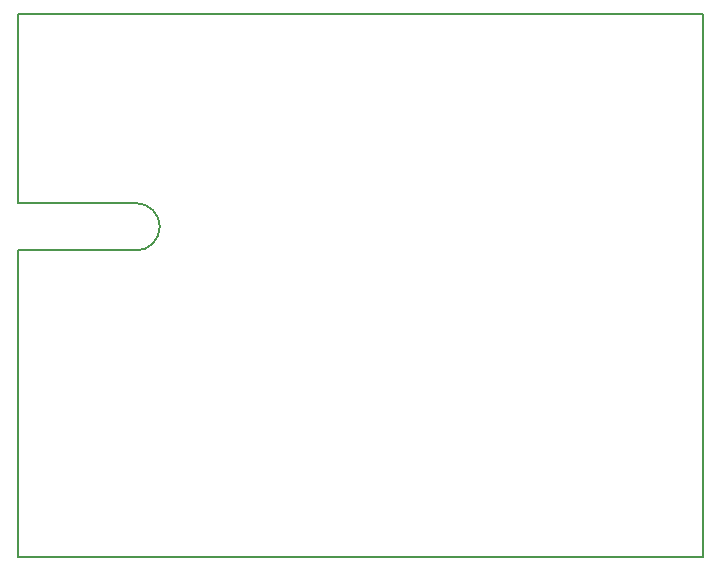
<source format=gbr>
G04 #@! TF.GenerationSoftware,KiCad,Pcbnew,(5.0.2)-1*
G04 #@! TF.CreationDate,2019-01-19T19:24:24-05:00*
G04 #@! TF.ProjectId,Keithley_177_power_repair,4b656974-686c-4657-995f-3137375f706f,rev?*
G04 #@! TF.SameCoordinates,Original*
G04 #@! TF.FileFunction,Profile,NP*
%FSLAX46Y46*%
G04 Gerber Fmt 4.6, Leading zero omitted, Abs format (unit mm)*
G04 Created by KiCad (PCBNEW (5.0.2)-1) date 1/19/2019 7:24:24 PM*
%MOMM*%
%LPD*%
G01*
G04 APERTURE LIST*
%ADD10C,0.150000*%
G04 APERTURE END LIST*
D10*
X30000000Y-64000000D02*
X30000000Y-90000000D01*
X30000000Y-60000000D02*
X30000000Y-44000000D01*
X40000000Y-60000000D02*
G75*
G02X42000000Y-62000000I0J-2000000D01*
G01*
X42000000Y-62000000D02*
G75*
G02X40000000Y-64000000I-2000000J0D01*
G01*
X30000000Y-64000000D02*
X40000000Y-64000000D01*
X30000000Y-60000000D02*
X40000000Y-60000000D01*
X88000000Y-44000000D02*
X88000000Y-90000000D01*
X30000000Y-44000000D02*
X88000000Y-44000000D01*
X30000000Y-90000000D02*
X88000000Y-90000000D01*
M02*

</source>
